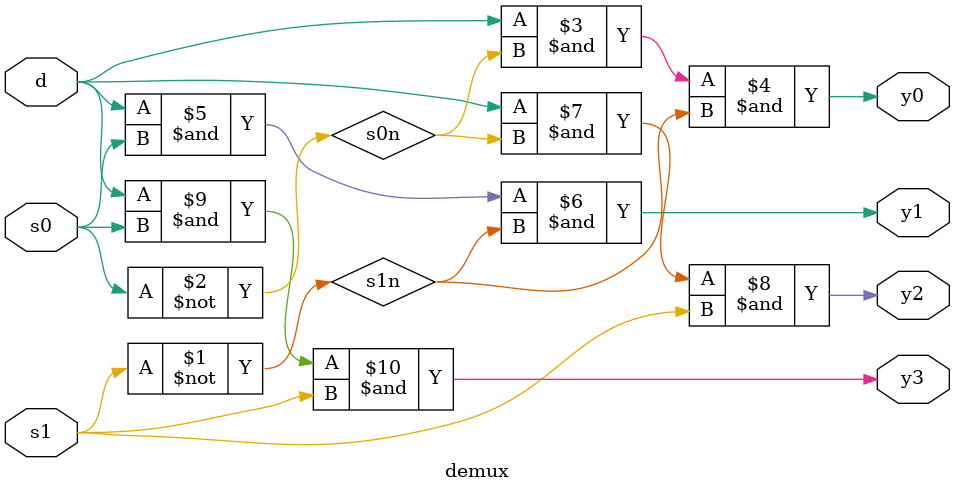
<source format=v>
module demux(
input d,s0,s1,
output y0,y1,y2,y3
);
assign s1n = ~ s1;
assign s0n = ~ s0;
assign y0 = d& s0n & s1n;
assign y1 = d & s0 & s1n;
assign y2 = d & s0n & s1;
assign y3 = d & s0 & s1;
endmodule

</source>
